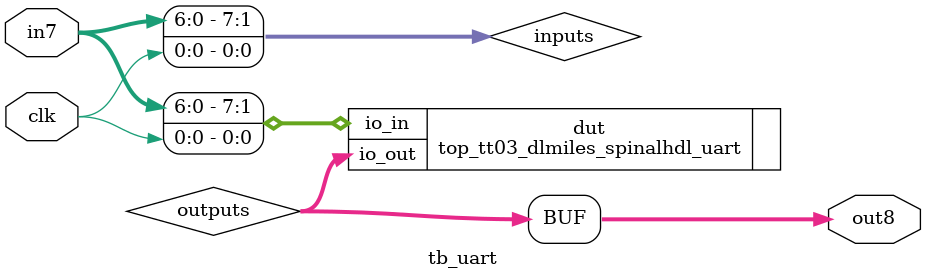
<source format=v>
`default_nettype none
`timescale 1ns/1ps

/*
this testbench just instantiates the module and makes some convenient wires
that can be driven / tested by the cocotb test.py
*/

module tb_uart (
    // testbench is controlled by test.py
    input			clk,
    input		[6:0]	in7,
    output		[7:0]	out8
`ifdef COCOTB_SIM
    , input			sim_reset
`endif
);

    // this part dumps the trace to a vcd file that can be viewed with GTKWave
    initial begin
        $dumpfile ("tb_uart.vcd");
        $dumpvars (0, tb_uart);
        #1;
    end

    // wire up the inputs and outputs
    wire [7:0] inputs = {in7, clk};
    wire [7:0] outputs;
    assign out8 = outputs[7:0];

    // instantiate the DUT
    top_tt03_dlmiles_spinalhdl_uart dut (
`ifdef GL_TEST
        .vccd1    ( 1'b1),
        .vssd1    ( 1'b0),
`endif
        .io_in    (inputs),
        .io_out   (outputs)
`ifdef COCOTB_SIM
     , .sim_reset (sim_reset)
`endif
    );

endmodule

</source>
